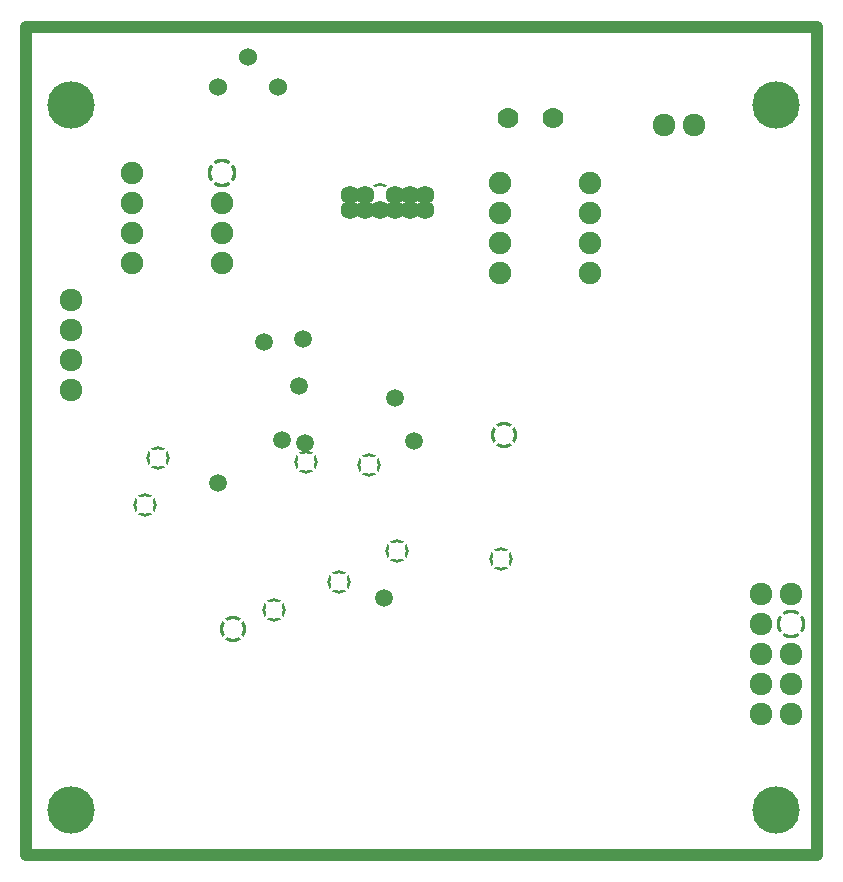
<source format=gbr>
G04 Layer_Physical_Order=3*
G04 Layer_Color=32768*
%FSLAX26Y26*%
%MOIN*%
%TF.FileFunction,Copper,L3,Inr,Plane*%
%TF.Part,Single*%
G01*
G75*
%TA.AperFunction,ComponentPad*%
%ADD31C,0.060000*%
%TA.AperFunction,NonConductor*%
%ADD37C,0.040000*%
%TA.AperFunction,ViaPad*%
%ADD38C,0.158110*%
%TA.AperFunction,ComponentPad*%
%ADD39C,0.075827*%
G04:AMPARAMS|DCode=40|XSize=95.827mil|YSize=95.827mil|CornerRadius=0mil|HoleSize=0mil|Usage=FLASHONLY|Rotation=0.000|XOffset=0mil|YOffset=0mil|HoleType=Round|Shape=Relief|Width=10mil|Gap=10mil|Entries=4|*
%AMTHD40*
7,0,0,0.095827,0.075827,0.010000,45*
%
%ADD40THD40*%
%ADD41C,0.070000*%
%ADD42C,0.062268*%
%ADD43C,0.062268*%
%ADD44C,0.075433*%
%TA.AperFunction,ViaPad*%
%ADD45C,0.059685*%
G04:AMPARAMS|DCode=46|XSize=79.685mil|YSize=79.685mil|CornerRadius=0mil|HoleSize=0mil|Usage=FLASHONLY|Rotation=0.000|XOffset=0mil|YOffset=0mil|HoleType=Round|Shape=Relief|Width=10mil|Gap=10mil|Entries=4|*
%AMTHD46*
7,0,0,0.079685,0.059685,0.010000,45*
%
%ADD46THD46*%
%TA.AperFunction,ComponentPad*%
G04:AMPARAMS|DCode=48|XSize=82.268mil|YSize=82.268mil|CornerRadius=0mil|HoleSize=0mil|Usage=FLASHONLY|Rotation=0.000|XOffset=0mil|YOffset=0mil|HoleType=Round|Shape=Relief|Width=10mil|Gap=10mil|Entries=4|*
%AMTHD48*
7,0,0,0.082268,0.062268,0.010000,45*
%
%ADD48THD48*%
G04:AMPARAMS|DCode=49|XSize=95.433mil|YSize=95.433mil|CornerRadius=0mil|HoleSize=0mil|Usage=FLASHONLY|Rotation=0.000|XOffset=0mil|YOffset=0mil|HoleType=Round|Shape=Relief|Width=10mil|Gap=10mil|Entries=4|*
%AMTHD49*
7,0,0,0.095433,0.075433,0.010000,45*
%
%ADD49THD49*%
%TA.AperFunction,ViaPad*%
G04:AMPARAMS|DCode=50|XSize=88mil|YSize=88mil|CornerRadius=0mil|HoleSize=0mil|Usage=FLASHONLY|Rotation=0.000|XOffset=0mil|YOffset=0mil|HoleType=Round|Shape=Relief|Width=10mil|Gap=10mil|Entries=4|*
%AMTHD50*
7,0,0,0.088000,0.068000,0.010000,45*
%
%ADD50THD50*%
D31*
X689024Y2409457D02*
D03*
X489024D02*
D03*
X589024Y2509457D02*
D03*
D37*
X-150110Y-150110D02*
X2487685Y-150110D01*
X2487685Y2610716D02*
X2487685Y-150110D01*
X-150110Y2610717D02*
X2487685Y2610716D01*
X-150110Y2610717D02*
X-150110Y-150110D01*
D38*
X0Y0D02*
D03*
X2350000D02*
D03*
X0Y2350000D02*
D03*
X2350000D02*
D03*
D39*
X2300000Y720000D02*
D03*
Y620000D02*
D03*
Y520000D02*
D03*
Y420000D02*
D03*
Y320000D02*
D03*
X2400000Y720000D02*
D03*
Y520000D02*
D03*
Y420000D02*
D03*
Y320000D02*
D03*
X0Y1400000D02*
D03*
Y1500000D02*
D03*
Y1600000D02*
D03*
Y1700000D02*
D03*
X2076000Y2282000D02*
D03*
X1976000D02*
D03*
D40*
X2400000Y620000D02*
D03*
D41*
X1607000Y2305000D02*
D03*
X1457394D02*
D03*
D42*
X979024Y2049457D02*
D03*
X1129024D02*
D03*
X1079024D02*
D03*
X929024D02*
D03*
X1179024Y1999457D02*
D03*
X1129024D02*
D03*
X1079024D02*
D03*
X1029024D02*
D03*
X979024D02*
D03*
X929024D02*
D03*
D43*
X1179024Y2049457D02*
D03*
D44*
X1429024Y2089457D02*
D03*
Y1989457D02*
D03*
Y1889457D02*
D03*
Y1789457D02*
D03*
X1729024Y2089457D02*
D03*
Y1989457D02*
D03*
Y1889457D02*
D03*
Y1789457D02*
D03*
X504024Y1824457D02*
D03*
Y1924457D02*
D03*
Y2024457D02*
D03*
X204024Y1824457D02*
D03*
Y1924457D02*
D03*
Y2024457D02*
D03*
Y2124457D02*
D03*
D45*
X1042803Y708158D02*
D03*
X702024Y1234457D02*
D03*
X758024Y1412457D02*
D03*
X644024Y1559457D02*
D03*
X1079024Y1374457D02*
D03*
X489024Y1089457D02*
D03*
X779024Y1224457D02*
D03*
X774024Y1569457D02*
D03*
X1144024Y1229457D02*
D03*
D46*
X675677Y665106D02*
D03*
X1085126Y863669D02*
D03*
X1433551Y836110D02*
D03*
X893197Y761307D02*
D03*
X246024Y1017457D02*
D03*
X783024Y1159457D02*
D03*
X288024Y1174457D02*
D03*
X994024Y1149457D02*
D03*
D48*
X1029024Y2049457D02*
D03*
D49*
X504024Y2124457D02*
D03*
D50*
X538843Y603693D02*
D03*
X1444024Y1249457D02*
D03*
%TF.MD5,e2a862584335f3d584b935fbf1465b28*%
M02*

</source>
